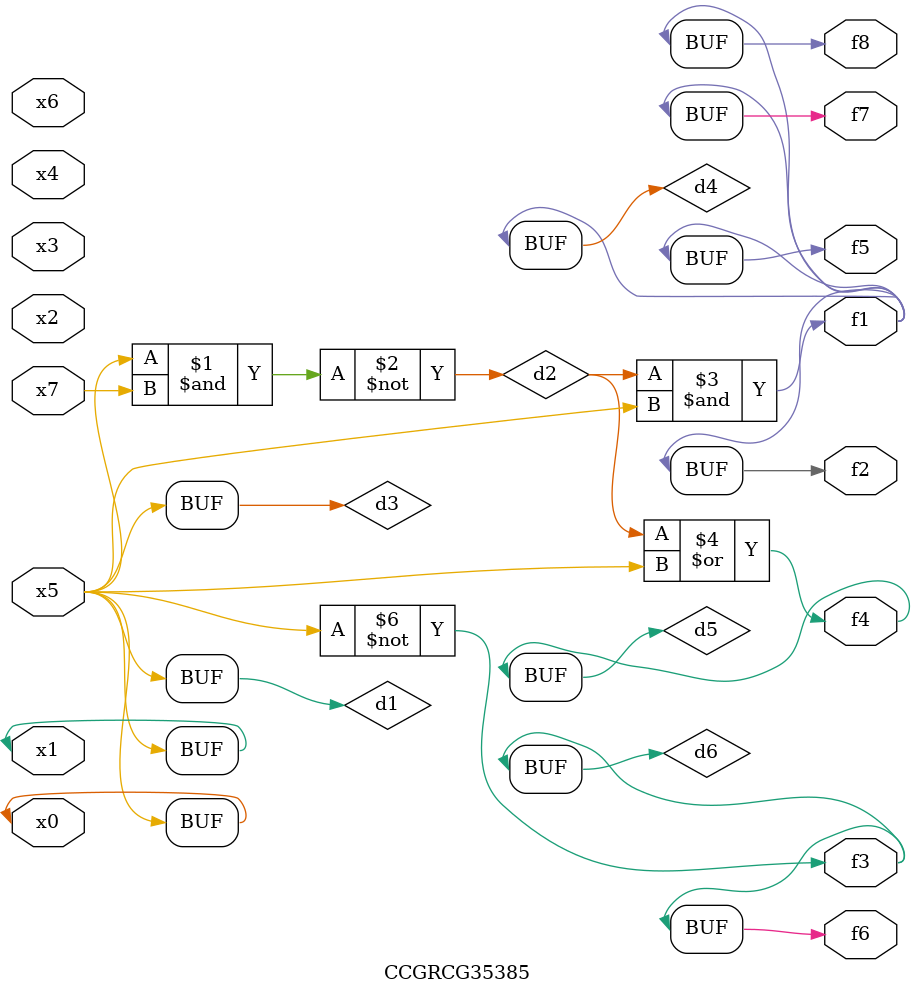
<source format=v>
module CCGRCG35385(
	input x0, x1, x2, x3, x4, x5, x6, x7,
	output f1, f2, f3, f4, f5, f6, f7, f8
);

	wire d1, d2, d3, d4, d5, d6;

	buf (d1, x0, x5);
	nand (d2, x5, x7);
	buf (d3, x0, x1);
	and (d4, d2, d3);
	or (d5, d2, d3);
	nor (d6, d1, d3);
	assign f1 = d4;
	assign f2 = d4;
	assign f3 = d6;
	assign f4 = d5;
	assign f5 = d4;
	assign f6 = d6;
	assign f7 = d4;
	assign f8 = d4;
endmodule

</source>
